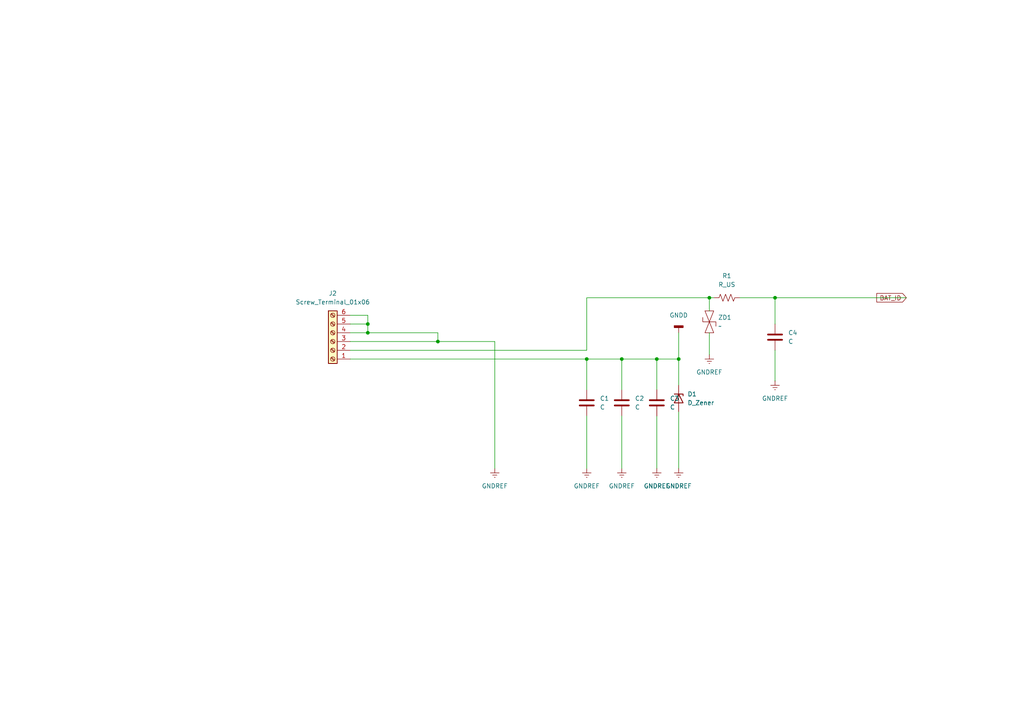
<source format=kicad_sch>
(kicad_sch (version 20250114) (generator "eeschema") (generator_version "9.0")
  (paper "A4")
  (lib_symbols
    (symbol "Connector:Screw_Terminal_01x06" (pin_names (offset 1.016) (hide yes))
      (property "Reference" "J" (at 0 7.62 0))
      (property "Value" "Screw_Terminal_01x06" (at 0 -10.16 0))
      (symbol "Screw_Terminal_01x06_1_1"
        (rectangle (start -1.27 6.35) (end 1.27 -8.89) (stroke (width 0.254)) (fill (type background)))
        (polyline (pts (xy -0.5334 5.4102) (xy 0.3302 4.572)) (stroke (width 0.1524)))
        (polyline (pts (xy -0.5334 2.8702) (xy 0.3302 2.032)) (stroke (width 0.1524)))
        (polyline (pts (xy -0.5334 0.3302) (xy 0.3302 -0.508)) (stroke (width 0.1524)))
        (polyline (pts (xy -0.5334 -2.2098) (xy 0.3302 -3.048)) (stroke (width 0.1524)))
        (polyline (pts (xy -0.5334 -4.7498) (xy 0.3302 -5.588)) (stroke (width 0.1524)))
        (polyline (pts (xy -0.5334 -7.2898) (xy 0.3302 -8.128)) (stroke (width 0.1524)))
        (polyline (pts (xy -0.3556 5.588) (xy 0.508 4.7498)) (stroke (width 0.1524)))
        (polyline (pts (xy -0.3556 3.048) (xy 0.508 2.2098)) (stroke (width 0.1524)))
        (polyline (pts (xy -0.3556 0.508) (xy 0.508 -0.3302)) (stroke (width 0.1524)))
        (polyline (pts (xy -0.3556 -2.032) (xy 0.508 -2.8702)) (stroke (width 0.1524)))
        (polyline (pts (xy -0.3556 -4.572) (xy 0.508 -5.4102)) (stroke (width 0.1524)))
        (polyline (pts (xy -0.3556 -7.112) (xy 0.508 -7.9502)) (stroke (width 0.1524)))
        (circle (center 0 5.08) (radius 0.635) (stroke (width 0.1524)))
        (circle (center 0 2.54) (radius 0.635) (stroke (width 0.1524)))
        (circle (center 0 0) (radius 0.635) (stroke (width 0.1524)))
        (circle (center 0 -2.54) (radius 0.635) (stroke (width 0.1524)))
        (circle (center 0 -5.08) (radius 0.635) (stroke (width 0.1524)))
        (circle (center 0 -7.62) (radius 0.635) (stroke (width 0.1524)))
        (pin passive line (at -5.08 5.08 0) (length 3.81) (name "Pin_1") (number "1"))
        (pin passive line (at -5.08 2.54 0) (length 3.81) (name "Pin_2") (number "2"))
        (pin passive line (at -5.08 0 0) (length 3.81) (name "Pin_3") (number "3"))
        (pin passive line (at -5.08 -2.54 0) (length 3.81) (name "Pin_4") (number "4"))
        (pin passive line (at -5.08 -5.08 0) (length 3.81) (name "Pin_5") (number "5"))
        (pin passive line (at -5.08 -7.62 0) (length 3.81) (name "Pin_6") (number "6"))
      )
    )
    (symbol "Device:C" (pin_numbers (hide yes)) (pin_names (offset 0.254))
      (property "Reference" "C" (at 0.635 2.54 0))
      (property "Value" "C" (at 0.635 -2.54 0))
      (symbol "C_0_1"
        (polyline (pts (xy -2.032 0.762) (xy 2.032 0.762)) (stroke (width 0.508)))
        (polyline (pts (xy -2.032 -0.762) (xy 2.032 -0.762)) (stroke (width 0.508)))
      )
      (symbol "C_1_1"
        (pin passive line (at 0 3.81 270) (length 2.794) (name "~") (number "1"))
        (pin passive line (at 0 -3.81 90) (length 2.794) (name "~") (number "2"))
      )
    )
    (symbol "Device:D_Zener" (pin_numbers (hide yes)) (pin_names (offset 1.016) (hide yes))
      (property "Reference" "D" (at 0 2.54 0))
      (property "Value" "D_Zener" (at 0 -2.54 0))
      (symbol "D_Zener_0_1"
        (polyline (pts (xy -1.27 -1.27) (xy -1.27 1.27) (xy -0.762 1.27)) (stroke (width 0.254)))
        (polyline (pts (xy 1.27 0) (xy -1.27 0)))
        (polyline (pts (xy 1.27 -1.27) (xy 1.27 1.27) (xy -1.27 0) (xy 1.27 -1.27)) (stroke (width 0.254)))
      )
      (symbol "D_Zener_1_1"
        (pin passive line (at -3.81 0 0) (length 2.54) (name "K") (number "1"))
        (pin passive line (at 3.81 0 180) (length 2.54) (name "A") (number "2"))
      )
    )
    (symbol "Device:R_US" (pin_numbers (hide yes)) (pin_names (offset 0))
      (property "Reference" "R" (at 2.54 0 90))
      (property "Value" "R_US" (at -2.54 0 90))
      (symbol "R_US_0_1"
        (polyline (pts (xy 0 2.286) (xy 0 2.54)))
        (polyline (pts (xy 0 2.286) (xy 1.016 1.905) (xy 0 1.524) (xy -1.016 1.143) (xy 0 0.762)))
        (polyline (pts (xy 0 0.762) (xy 1.016 0.381) (xy 0 0) (xy -1.016 -0.381) (xy 0 -0.762)))
        (polyline (pts (xy 0 -0.762) (xy 1.016 -1.143) (xy 0 -1.524) (xy -1.016 -1.905) (xy 0 -2.286)))
        (polyline (pts (xy 0 -2.286) (xy 0 -2.54)))
      )
      (symbol "R_US_1_1"
        (pin passive line (at 0 3.81 270) (length 1.27) (name "~") (number "1"))
        (pin passive line (at 0 -3.81 90) (length 1.27) (name "~") (number "2"))
      )
    )
    (symbol "SAYANGGGGG:ZD4012"
      (property "Reference" "ZD4019" (at -6.096 -1.016 0))
      (symbol "ZD4012_0_1"
        (polyline (pts (xy -8.255 4.445) (xy -8.255 3.175) (xy -4.445 3.175) (xy -4.445 2.54) (xy -4.445 1.905)))
        (polyline (pts (xy -7.62 6.35) (xy -6.35 3.175) (xy -5.08 6.35) (xy -7.62 6.35)))
        (polyline (pts (xy -7.62 0) (xy -5.08 0) (xy -6.35 3.175) (xy -7.62 0) (xy -6.985 0) (xy -5.08 0)))
      )
    )
    (symbol "power:GNDD" (power) (pin_numbers (hide yes)) (pin_names (offset 0) (hide yes))
      (property "Value" "GNDD" (at 0 -3.175 0))
      (symbol "GNDD_0_1"
        (rectangle (start -1.27 -1.524) (end 1.27 -2.032) (stroke (width 0.254)) (fill (type outline)))
        (polyline (pts (xy 0 0) (xy 0 -1.524)))
      )
      (symbol "GNDD_1_1"
        (pin power_in line (at 0 0 270) (length 0) (name "~") (number "1"))
      )
    )
    (symbol "power:GNDREF" (power) (pin_numbers (hide yes)) (pin_names (offset 0) (hide yes))
      (property "Value" "GNDREF" (at 0 -3.81 0))
      (symbol "GNDREF_0_1"
        (polyline (pts (xy -0.635 -1.905) (xy 0.635 -1.905)))
        (polyline (pts (xy -0.127 -2.54) (xy 0.127 -2.54)))
        (polyline (pts (xy 0 -1.27) (xy 0 0)))
        (polyline (pts (xy 1.27 -1.27) (xy -1.27 -1.27)))
      )
      (symbol "GNDREF_1_1"
        (pin power_in line (at 0 0 270) (length 0) (name "~") (number "1"))
      )
    )
  )
  (junction (at 180.34 104.14))
  (junction (at 205.74 86.36))
  (junction (at 127 99.06))
  (junction (at 106.68 96.52))
  (junction (at 170.18 104.14))
  (junction (at 106.68 93.98))
  (junction (at 224.79 86.36))
  (junction (at 190.5 104.14))
  (junction (at 196.85 104.14))
  (wire (pts (xy 205.74 96.52) (xy 205.74 102.87)))
  (wire (pts (xy 106.68 96.52) (xy 127 96.52)))
  (wire (pts (xy 190.5 120.65) (xy 190.5 135.89)))
  (wire (pts (xy 190.5 104.14) (xy 196.85 104.14)))
  (wire (pts (xy 224.79 86.36) (xy 262.89 86.36)))
  (wire (pts (xy 170.18 101.6) (xy 170.18 86.36)))
  (wire (pts (xy 106.68 93.98) (xy 106.68 96.52)))
  (wire (pts (xy 214.63 86.36) (xy 224.79 86.36)))
  (wire (pts (xy 196.85 96.52) (xy 196.85 104.14)))
  (wire (pts (xy 101.6 91.44) (xy 106.68 91.44)))
  (wire (pts (xy 205.74 86.36) (xy 205.74 90.17)))
  (wire (pts (xy 224.79 86.36) (xy 224.79 93.98)))
  (wire (pts (xy 170.18 86.36) (xy 205.74 86.36)))
  (wire (pts (xy 101.6 96.52) (xy 106.68 96.52)))
  (wire (pts (xy 143.51 99.06) (xy 143.51 135.89)))
  (wire (pts (xy 106.68 91.44) (xy 106.68 93.98)))
  (wire (pts (xy 101.6 99.06) (xy 127 99.06)))
  (wire (pts (xy 170.18 120.65) (xy 170.18 135.89)))
  (wire (pts (xy 180.34 104.14) (xy 190.5 104.14)))
  (wire (pts (xy 205.74 86.36) (xy 207.01 86.36)))
  (wire (pts (xy 127 96.52) (xy 127 99.06)))
  (wire (pts (xy 101.6 93.98) (xy 106.68 93.98)))
  (wire (pts (xy 196.85 104.14) (xy 196.85 111.76)))
  (wire (pts (xy 180.34 104.14) (xy 180.34 113.03)))
  (wire (pts (xy 224.79 101.6) (xy 224.79 110.49)))
  (wire (pts (xy 190.5 104.14) (xy 190.5 113.03)))
  (wire (pts (xy 196.85 119.38) (xy 196.85 135.89)))
  (wire (pts (xy 101.6 104.14) (xy 170.18 104.14)))
  (wire (pts (xy 127 99.06) (xy 143.51 99.06)))
  (wire (pts (xy 170.18 104.14) (xy 180.34 104.14)))
  (wire (pts (xy 101.6 101.6) (xy 170.18 101.6)))
  (wire (pts (xy 180.34 120.65) (xy 180.34 135.89)))
  (wire (pts (xy 170.18 104.14) (xy 170.18 113.03)))
  (global_label "BAT_ID" (shape input) (at 262.89 86.36 180) (property "Intersheetrefs" "${INTERSHEET_REFS}" (effects (hide yes))))
  (symbol (lib_id "Device:D_Zener") (at 196.85 115.57 270) (unit 1)
    (property "Reference" "D1" (at 199.39 114.2999 90) (effects (justify left)))
    (property "Value" "D_Zener" (at 199.39 116.8399 90) (effects (justify left)))
    (property "Description" "Zener diode" (effects (hide yes)))
  )
  (symbol (lib_id "power:GNDREF") (at 190.5 135.89 0) (unit 1)
    (property "Reference" "#PWR03" (effects (hide yes)))
    (property "Value" "GNDREF" (at 190.5 140.97 0))
    (property "Description" "Power symbol creates a global label with name \"GNDREF\" , reference supply ground" (effects (hide yes)))
  )
  (symbol (lib_id "Device:C") (at 190.5 116.84 0) (unit 1)
    (property "Reference" "C3" (at 194.31 115.5699 0) (effects (justify left)))
    (property "Value" "C" (at 194.31 118.1099 0) (effects (justify left)))
    (property "Description" "Unpolarized capacitor" (effects (hide yes)))
  )
  (symbol (lib_id "Device:C") (at 224.79 97.79 0) (unit 1)
    (property "Reference" "C4" (at 228.6 96.5199 0) (effects (justify left)))
    (property "Value" "C" (at 228.6 99.0599 0) (effects (justify left)))
    (property "Description" "Unpolarized capacitor" (effects (hide yes)))
  )
  (symbol (lib_id "power:GNDREF") (at 224.79 110.49 0) (unit 1)
    (property "Reference" "#PWR05" (effects (hide yes)))
    (property "Value" "GNDREF" (at 224.79 115.57 0))
    (property "Description" "Power symbol creates a global label with name \"GNDREF\" , reference supply ground" (effects (hide yes)))
  )
  (symbol (lib_id "Device:C") (at 180.34 116.84 0) (unit 1)
    (property "Reference" "C2" (at 184.15 115.5699 0) (effects (justify left)))
    (property "Value" "C" (at 184.15 118.1099 0) (effects (justify left)))
    (property "Description" "Unpolarized capacitor" (effects (hide yes)))
  )
  (symbol (lib_id "Connector:Screw_Terminal_01x06") (at 96.52 99.06 180) (unit 1)
    (property "Reference" "J2" (at 96.52 85.09 0))
    (property "Value" "Screw_Terminal_01x06" (at 96.52 87.63 0))
    (property "Description" "Generic screw terminal, single row, 01x06, script generated (kicad-library-utils/schlib/autogen/connector/)" (effects (hide yes)))
  )
  (symbol (lib_id "Device:C") (at 170.18 116.84 0) (unit 1)
    (property "Reference" "C1" (at 173.99 115.5699 0) (effects (justify left)))
    (property "Value" "C" (at 173.99 118.1099 0) (effects (justify left)))
    (property "Description" "Unpolarized capacitor" (effects (hide yes)))
  )
  (symbol (lib_id "power:GNDREF") (at 170.18 135.89 0) (unit 1)
    (property "Reference" "#PWR01" (effects (hide yes)))
    (property "Value" "GNDREF" (at 170.18 140.97 0))
    (property "Description" "Power symbol creates a global label with name \"GNDREF\" , reference supply ground" (effects (hide yes)))
  )
  (symbol (lib_id "power:GNDD") (at 196.85 96.52 180) (unit 1)
    (property "Reference" "#PWR08" (effects (hide yes)))
    (property "Value" "GNDD" (at 196.85 91.44 0))
    (property "Description" "Power symbol creates a global label with name \"GNDD\" , digital ground" (effects (hide yes)))
  )
  (symbol (lib_id "power:GNDREF") (at 143.51 135.89 0) (unit 1)
    (property "Reference" "#PWR07" (effects (hide yes)))
    (property "Value" "GNDREF" (at 143.51 140.97 0))
    (property "Description" "Power symbol creates a global label with name \"GNDREF\" , reference supply ground" (effects (hide yes)))
  )
  (symbol (lib_id "power:GNDREF") (at 205.74 102.87 0) (unit 1)
    (property "Reference" "#PWR04" (effects (hide yes)))
    (property "Value" "GNDREF" (at 205.74 107.95 0))
    (property "Description" "Power symbol creates a global label with name \"GNDREF\" , reference supply ground" (effects (hide yes)))
  )
  (symbol (lib_id "SAYANGGGGG:ZD4012") (at 212.09 96.52 0) (unit 1)
    (property "Reference" "ZD1" (at 208.28 92.0749 0) (effects (justify left)))
    (property "Value" "~" (at 208.28 94.6149 0) (effects (justify left)))
  )
  (symbol (lib_id "power:GNDREF") (at 196.85 135.89 0) (unit 1)
    (property "Reference" "#PWR06" (effects (hide yes)))
    (property "Value" "GNDREF" (at 196.85 140.97 0))
    (property "Description" "Power symbol creates a global label with name \"GNDREF\" , reference supply ground" (effects (hide yes)))
  )
  (symbol (lib_id "Device:R_US") (at 210.82 86.36 270) (unit 1)
    (property "Reference" "R1" (at 210.82 80.01 90))
    (property "Value" "R_US" (at 210.82 82.55 90))
    (property "Description" "Resistor, US symbol" (effects (hide yes)))
  )
  (symbol (lib_id "power:GNDREF") (at 180.34 135.89 0) (unit 1)
    (property "Reference" "#PWR02" (effects (hide yes)))
    (property "Value" "GNDREF" (at 180.34 140.97 0))
    (property "Description" "Power symbol creates a global label with name \"GNDREF\" , reference supply ground" (effects (hide yes)))
  )
)
</source>
